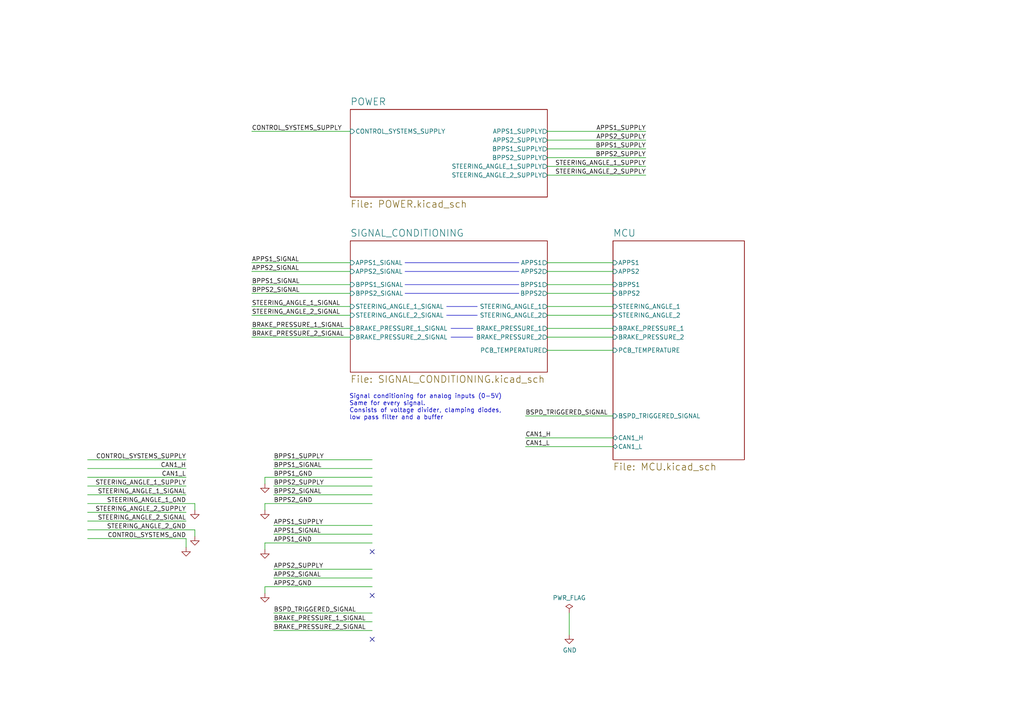
<source format=kicad_sch>
(kicad_sch (version 20230121) (generator eeschema)
  (paper "A4")
  (title_block (title "DRIVER CONTROL UNIT (DCU)") (date "2020-05-05") (rev "2.0") (company "KTH FORMULA STUDENT") (comment 1 "DeV17") (comment 2 "JOACHIM LARSSON") (comment 3 "JOACLA@KTH.SE"))
  (lib_symbols
    (symbol "power:GND" (power) (pin_names (offset 0))
      (property "Value" "GND" (at 0 -3.81 0))
      (symbol "GND_0_1"
        (polyline (pts (xy 0 0) (xy 0 -1.27) (xy 1.27 -1.27) (xy 0 -2.54) (xy -1.27 -1.27) (xy 0 -1.27)))
      )
      (symbol "GND_1_1"
        (pin power_in line (at 0 0 270) (length 0) hide (name "GND") (number "1"))
      )
    )
    (symbol "power:PWR_FLAG" (power) (pin_numbers hide) (pin_names (offset 0) hide)
      (property "Value" "PWR_FLAG" (at 0 3.81 0))
      (symbol "PWR_FLAG_0_0"
        (pin power_out line (at 0 0 90) (length 0) (name "pwr") (number "1"))
      )
      (symbol "PWR_FLAG_0_1"
        (polyline (pts (xy 0 0) (xy 0 1.27) (xy -1.016 1.905) (xy 0 2.54) (xy 1.016 1.905) (xy 0 1.27)))
      )
    )
  )
  (no_connect (at 107.95 172.72))
  (no_connect (at 107.95 160.02))
  (no_connect (at 107.95 185.42))
  (wire (pts (xy 25.4 133.35) (xy 53.975 133.35)))
  (wire (pts (xy 177.8 78.74) (xy 158.75 78.74)))
  (wire (pts (xy 76.835 146.05) (xy 107.95 146.05)))
  (wire (pts (xy 53.975 158.75) (xy 53.975 156.21)))
  (wire (pts (xy 73.025 78.74) (xy 101.6 78.74)))
  (wire (pts (xy 177.8 85.09) (xy 158.75 85.09)))
  (wire (pts (xy 79.375 143.51) (xy 107.95 143.51)))
  (wire (pts (xy 158.75 82.55) (xy 177.8 82.55)))
  (wire (pts (xy 158.75 40.64) (xy 187.325 40.64)))
  (wire (pts (xy 76.835 157.48) (xy 107.95 157.48)))
  (polyline (pts (xy 129.54 88.9) (xy 138.43 88.9)))
  (wire (pts (xy 25.4 138.43) (xy 53.975 138.43)))
  (wire (pts (xy 73.025 76.2) (xy 101.6 76.2)))
  (wire (pts (xy 79.375 182.88) (xy 107.95 182.88)))
  (polyline (pts (xy 130.81 95.25) (xy 137.16 95.25)))
  (wire (pts (xy 158.75 101.6) (xy 177.8 101.6)))
  (wire (pts (xy 79.375 167.64) (xy 107.95 167.64)))
  (wire (pts (xy 79.375 180.34) (xy 107.95 180.34)))
  (wire (pts (xy 79.375 177.8) (xy 107.95 177.8)))
  (wire (pts (xy 79.375 165.1) (xy 107.95 165.1)))
  (wire (pts (xy 56.515 153.67) (xy 56.515 155.575)))
  (polyline (pts (xy 117.475 76.2) (xy 150.495 76.2)))
  (wire (pts (xy 73.025 97.79) (xy 101.6 97.79)))
  (wire (pts (xy 25.4 153.67) (xy 56.515 153.67)))
  (wire (pts (xy 158.75 88.9) (xy 177.8 88.9)))
  (wire (pts (xy 177.8 91.44) (xy 158.75 91.44)))
  (wire (pts (xy 73.025 95.25) (xy 101.6 95.25)))
  (wire (pts (xy 76.835 140.335) (xy 76.835 138.43)))
  (wire (pts (xy 76.835 147.955) (xy 76.835 146.05)))
  (wire (pts (xy 73.025 38.1) (xy 101.6 38.1)))
  (wire (pts (xy 79.375 135.89) (xy 107.95 135.89)))
  (wire (pts (xy 25.4 148.59) (xy 53.975 148.59)))
  (wire (pts (xy 158.75 76.2) (xy 177.8 76.2)))
  (wire (pts (xy 53.975 143.51) (xy 25.4 143.51)))
  (wire (pts (xy 25.4 140.97) (xy 53.975 140.97)))
  (wire (pts (xy 76.835 159.385) (xy 76.835 157.48)))
  (wire (pts (xy 158.75 48.26) (xy 187.325 48.26)))
  (wire (pts (xy 76.835 170.18) (xy 107.95 170.18)))
  (wire (pts (xy 158.75 50.8) (xy 187.325 50.8)))
  (wire (pts (xy 165.1 184.15) (xy 165.1 177.8)))
  (wire (pts (xy 152.4 127) (xy 177.8 127)))
  (polyline (pts (xy 138.43 91.44) (xy 129.54 91.44)))
  (wire (pts (xy 25.4 156.21) (xy 53.975 156.21)))
  (wire (pts (xy 56.515 147.955) (xy 56.515 146.05)))
  (wire (pts (xy 73.025 85.09) (xy 101.6 85.09)))
  (wire (pts (xy 73.025 88.9) (xy 101.6 88.9)))
  (polyline (pts (xy 150.495 78.74) (xy 117.475 78.74)))
  (wire (pts (xy 79.375 152.4) (xy 107.95 152.4)))
  (wire (pts (xy 79.375 133.35) (xy 107.95 133.35)))
  (wire (pts (xy 79.375 154.94) (xy 107.95 154.94)))
  (wire (pts (xy 177.8 97.79) (xy 158.75 97.79)))
  (wire (pts (xy 53.975 151.13) (xy 25.4 151.13)))
  (wire (pts (xy 25.4 135.89) (xy 53.975 135.89)))
  (wire (pts (xy 158.75 45.72) (xy 187.325 45.72)))
  (polyline (pts (xy 137.16 97.79) (xy 130.81 97.79)))
  (polyline (pts (xy 150.495 85.09) (xy 117.475 85.09)))
  (wire (pts (xy 73.025 82.55) (xy 101.6 82.55)))
  (wire (pts (xy 152.4 129.54) (xy 177.8 129.54)))
  (wire (pts (xy 158.75 38.1) (xy 187.325 38.1)))
  (wire (pts (xy 73.025 91.44) (xy 101.6 91.44)))
  (wire (pts (xy 76.835 138.43) (xy 107.95 138.43)))
  (wire (pts (xy 25.4 146.05) (xy 56.515 146.05)))
  (wire (pts (xy 158.75 43.18) (xy 187.325 43.18)))
  (polyline (pts (xy 117.475 82.55) (xy 150.495 82.55)))
  (wire (pts (xy 158.75 95.25) (xy 177.8 95.25)))
  (wire (pts (xy 76.835 172.085) (xy 76.835 170.18)))
  (wire (pts (xy 152.4 120.65) (xy 177.8 120.65)))
  (wire (pts (xy 79.375 140.97) (xy 107.95 140.97)))
  (text " Signal conditioning for analog inputs (0-5V)\n Same for every signal.\n Consists of voltage divider, clamping diodes,\n low pass filter and a buffer" (at 100.33 121.92 0) (effects (font (size 1.27 1.27)) (justify left bottom)))
  (label "APPS2_SIGNAL" (at 79.375 167.64 0))
  (label "BPPS1_SUPPLY" (at 187.325 43.18 180))
  (label "STEERING_ANGLE_2_SIGNAL" (at 53.975 151.13 180))
  (label "APPS1_GND" (at 79.375 157.48 0))
  (label "STEERING_ANGLE_2_SIGNAL" (at 73.025 91.44 0))
  (label "STEERING_ANGLE_1_SUPPLY" (at 53.975 140.97 180))
  (label "BPPS1_GND" (at 79.375 138.43 0))
  (label "BSPD_TRIGGERED_SIGNAL" (at 79.375 177.8 0))
  (label "APPS1_SUPPLY" (at 187.325 38.1 180))
  (label "BRAKE_PRESSURE_1_SIGNAL" (at 79.375 180.34 0))
  (label "BPPS1_SIGNAL" (at 73.025 82.55 0))
  (label "APPS1_SUPPLY" (at 79.375 152.4 0))
  (label "CAN1_L" (at 53.975 138.43 180))
  (label "STEERING_ANGLE_2_SUPPLY" (at 53.975 148.59 180))
  (label "APPS2_SUPPLY" (at 79.375 165.1 0))
  (label "STEERING_ANGLE_1_SIGNAL" (at 53.975 143.51 180))
  (label "BPPS1_SIGNAL" (at 79.375 135.89 0))
  (label "STEERING_ANGLE_1_GND" (at 53.975 146.05 180))
  (label "CAN1_L" (at 152.4 129.54 0))
  (label "CAN1_H" (at 152.4 127 0))
  (label "STEERING_ANGLE_1_SUPPLY" (at 187.325 48.26 180))
  (label "STEERING_ANGLE_1_SIGNAL" (at 73.025 88.9 0))
  (label "CONTROL_SYSTEMS_SUPPLY" (at 73.025 38.1 0))
  (label "BRAKE_PRESSURE_1_SIGNAL" (at 73.025 95.25 0))
  (label "BRAKE_PRESSURE_2_SIGNAL" (at 79.375 182.88 0))
  (label "STEERING_ANGLE_2_SUPPLY" (at 187.325 50.8 180))
  (label "CAN1_H" (at 53.975 135.89 180))
  (label "APPS2_SUPPLY" (at 187.325 40.64 180))
  (label "CONTROL_SYSTEMS_GND" (at 53.975 156.21 180))
  (label "BPPS2_GND" (at 79.375 146.05 0))
  (label "APPS2_GND" (at 79.375 170.18 0))
  (label "STEERING_ANGLE_2_GND" (at 53.975 153.67 180))
  (label "CONTROL_SYSTEMS_SUPPLY" (at 53.975 133.35 180))
  (label "BPPS2_SUPPLY" (at 79.375 140.97 0))
  (label "APPS1_SIGNAL" (at 79.375 154.94 0))
  (label "APPS2_SIGNAL" (at 73.025 78.74 0))
  (label "BPPS2_SUPPLY" (at 187.325 45.72 180))
  (label "BPPS2_SIGNAL" (at 73.025 85.09 0))
  (label "BPPS2_SIGNAL" (at 79.375 143.51 0))
  (label "BPPS1_SUPPLY" (at 79.375 133.35 0))
  (label "BRAKE_PRESSURE_2_SIGNAL" (at 73.025 97.79 0))
  (label "APPS1_SIGNAL" (at 73.025 76.2 0))
  (label "BSPD_TRIGGERED_SIGNAL" (at 152.4 120.65 0))
  (symbol (lib_id "Connector:Conn_01x04_Male") (at 113.03 167.64 0) (mirror y) (unit 1)
    (property "Reference" "J4" (at 113.03 163.195 0) (effects (justify left)))
    (property "Value" "Conn_01x04_Female" (effects hide))
    (property "Footprint" "KTHFS:Wurth-WTB_2.54_male_vert_4" (effects hide))
  )
  (symbol (lib_id "Connector:Conn_01x04_Male") (at 113.03 154.94 0) (mirror y) (unit 1)
    (property "Reference" "J3" (at 113.03 150.495 0) (effects (justify left)))
    (property "Value" "Conn_01x04_Male" (effects hide))
    (property "Footprint" "KTHFS:Wurth-WTB_2.54_male_vert_4" (effects hide))
  )
  (symbol (lib_id "Connector:Conn_01x06_Male") (at 113.03 138.43 0) (mirror y) (unit 1)
    (property "Reference" "J2" (at 113.03 131.445 0) (effects (justify left)))
    (property "Value" "Conn_01x06_Female" (effects hide))
    (property "Footprint" "KTHFS:Wurth-WTB_2.54_male_vert_6" (effects hide))
  )
  (symbol (lib_id "Connector:Conn_01x04_Female") (at 113.03 180.34 0) (unit 1)
    (property "Reference" "J5" (at 111.125 175.895 0) (effects (justify left)))
    (property "Value" "Conn_01x04_Female" (effects hide))
    (property "Footprint" "KTHFS:Wurth-MM_female_4" (effects hide))
  )
  (symbol (lib_id "Connector:Conn_01x10_Female") (at 20.32 143.51 0) (mirror y) (unit 1)
    (property "Reference" "J1" (at 22.225 131.445 0) (effects (justify left)))
    (property "Value" "Conn_01x10_Female" (effects hide))
    (property "Footprint" "KTHFS:Wurth-MM_female_10" (effects hide))
  )
  (symbol (lib_id "power:GND") (at 53.975 158.75 0) (mirror y) (unit 1)
    (property "Reference" "#PWR0101" (effects hide))
    (property "Value" "GND" (effects hide))
  )
  (symbol (lib_id "power:GND") (at 165.1 184.15 0) (mirror y) (unit 1)
    (property "Reference" "#PWR0102" (effects hide))
    (property "Value" "GND" (at 163.195 188.595 0) (effects (justify right)))
  )
  (symbol (lib_id "power:PWR_FLAG") (at 165.1 177.8 0) (unit 1)
    (property "Reference" "#FLG0101" (effects hide))
    (property "Value" "PWR_FLAG" (at 165.1 173.4058 0))
  )
  (symbol (lib_id "power:GND") (at 76.835 147.955 0) (mirror y) (unit 1)
    (property "Reference" "#PWR0103" (effects hide))
    (property "Value" "GND" (effects hide))
  )
  (symbol (lib_id "power:GND") (at 76.835 140.335 0) (mirror y) (unit 1)
    (property "Reference" "#PWR0104" (effects hide))
    (property "Value" "GND" (effects hide))
  )
  (symbol (lib_id "power:GND") (at 76.835 159.385 0) (mirror y) (unit 1)
    (property "Reference" "#PWR0105" (effects hide))
    (property "Value" "GND" (effects hide))
  )
  (symbol (lib_id "power:GND") (at 76.835 172.085 0) (mirror y) (unit 1)
    (property "Reference" "#PWR0106" (effects hide))
    (property "Value" "GND" (effects hide))
  )
  (symbol (lib_id "power:GND") (at 56.515 155.575 0) (mirror y) (unit 1)
    (property "Reference" "#PWR0107" (effects hide))
    (property "Value" "GND" (effects hide))
  )
  (symbol (lib_id "power:GND") (at 56.515 147.955 0) (mirror y) (unit 1)
    (property "Reference" "#PWR0108" (effects hide))
    (property "Value" "GND" (effects hide))
  )
  (sheet (at 177.8 69.85) (size 38.1 63.5)
    (property "Sheetname" "MCU" (at 177.8 68.7701 0) (effects (font (size 2.0066 2.0066)) (justify left bottom)))
    (property "Sheetfile" "MCU.kicad_sch" (at 177.8 134.2292 0) (effects (font (size 2.0066 2.0066)) (justify left top)))
    (pin "CAN1_H" bidirectional (at 177.8 127 180))
    (pin "CAN1_L" bidirectional (at 177.8 129.54 180))
    (pin "APPS1" input (at 177.8 76.2 180))
    (pin "APPS2" input (at 177.8 78.74 180))
    (pin "BPPS1" input (at 177.8 82.55 180))
    (pin "BPPS2" input (at 177.8 85.09 180))
    (pin "BRAKE_PRESSURE_2" input (at 177.8 97.79 180))
    (pin "BRAKE_PRESSURE_1" input (at 177.8 95.25 180))
    (pin "STEERING_ANGLE_1" input (at 177.8 88.9 180))
    (pin "STEERING_ANGLE_2" input (at 177.8 91.44 180))
    (pin "PCB_TEMPERATURE" input (at 177.8 101.6 180))
    (pin "BSPD_TRIGGERED_SIGNAL" input (at 177.8 120.65 180))
  )
  (sheet (at 101.6 69.85) (size 57.15 38.1)
    (property "Sheetname" "SIGNAL_CONDITIONING" (at 101.6 68.7701 0) (effects (font (size 2.0066 2.0066)) (justify left bottom)))
    (property "Sheetfile" "SIGNAL_CONDITIONING.kicad_sch" (at 101.6 108.8292 0) (effects (font (size 2.0066 2.0066)) (justify left top)))
    (pin "APPS2_SIGNAL" input (at 101.6 78.74 180))
    (pin "APPS1_SIGNAL" input (at 101.6 76.2 180))
    (pin "BPPS2_SIGNAL" input (at 101.6 85.09 180))
    (pin "BPPS1_SIGNAL" input (at 101.6 82.55 180))
    (pin "STEERING_ANGLE_2_SIGNAL" input (at 101.6 91.44 180))
    (pin "BRAKE_PRESSURE_1_SIGNAL" input (at 101.6 95.25 180))
    (pin "BRAKE_PRESSURE_2_SIGNAL" input (at 101.6 97.79 180))
    (pin "STEERING_ANGLE_1_SIGNAL" input (at 101.6 88.9 180))
    (pin "APPS1" output (at 158.75 76.2 0))
    (pin "BPPS2" output (at 158.75 85.09 0))
    (pin "BPPS1" output (at 158.75 82.55 0))
    (pin "STEERING_ANGLE_2" output (at 158.75 91.44 0))
    (pin "STEERING_ANGLE_1" output (at 158.75 88.9 0))
    (pin "BRAKE_PRESSURE_1" output (at 158.75 95.25 0))
    (pin "BRAKE_PRESSURE_2" output (at 158.75 97.79 0))
    (pin "PCB_TEMPERATURE" output (at 158.75 101.6 0))
    (pin "APPS2" output (at 158.75 78.74 0))
  )
  (sheet (at 101.6 31.75) (size 57.15 25.4)
    (property "Sheetname" "POWER" (at 101.6 30.6701 0) (effects (font (size 2.0066 2.0066)) (justify left bottom)))
    (property "Sheetfile" "POWER.kicad_sch" (at 101.6 58.0292 0) (effects (font (size 2.0066 2.0066)) (justify left top)))
    (pin "CONTROL_SYSTEMS_SUPPLY" input (at 101.6 38.1 180))
    (pin "APPS1_SUPPLY" output (at 158.75 38.1 0))
    (pin "APPS2_SUPPLY" output (at 158.75 40.64 0))
    (pin "BPPS1_SUPPLY" output (at 158.75 43.18 0))
    (pin "BPPS2_SUPPLY" output (at 158.75 45.72 0))
    (pin "STEERING_ANGLE_1_SUPPLY" output (at 158.75 48.26 0))
    (pin "STEERING_ANGLE_2_SUPPLY" output (at 158.75 50.8 0))
  )
)
</source>
